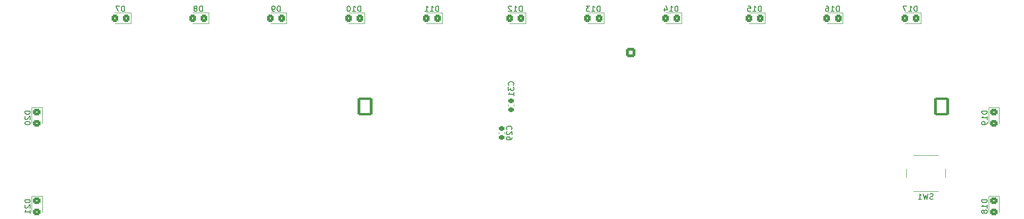
<source format=gbo>
G04 #@! TF.GenerationSoftware,KiCad,Pcbnew,7.0.1*
G04 #@! TF.CreationDate,2023-04-02T15:52:54+01:00*
G04 #@! TF.ProjectId,ecu,6563752e-6b69-4636-9164-5f7063625858,rev?*
G04 #@! TF.SameCoordinates,Original*
G04 #@! TF.FileFunction,Legend,Bot*
G04 #@! TF.FilePolarity,Positive*
%FSLAX46Y46*%
G04 Gerber Fmt 4.6, Leading zero omitted, Abs format (unit mm)*
G04 Created by KiCad (PCBNEW 7.0.1) date 2023-04-02 15:52:54*
%MOMM*%
%LPD*%
G01*
G04 APERTURE LIST*
G04 Aperture macros list*
%AMRoundRect*
0 Rectangle with rounded corners*
0 $1 Rounding radius*
0 $2 $3 $4 $5 $6 $7 $8 $9 X,Y pos of 4 corners*
0 Add a 4 corners polygon primitive as box body*
4,1,4,$2,$3,$4,$5,$6,$7,$8,$9,$2,$3,0*
0 Add four circle primitives for the rounded corners*
1,1,$1+$1,$2,$3*
1,1,$1+$1,$4,$5*
1,1,$1+$1,$6,$7*
1,1,$1+$1,$8,$9*
0 Add four rect primitives between the rounded corners*
20,1,$1+$1,$2,$3,$4,$5,0*
20,1,$1+$1,$4,$5,$6,$7,0*
20,1,$1+$1,$6,$7,$8,$9,0*
20,1,$1+$1,$8,$9,$2,$3,0*%
G04 Aperture macros list end*
%ADD10C,0.150000*%
%ADD11C,0.120000*%
%ADD12RoundRect,0.225000X0.250000X-0.225000X0.250000X0.225000X-0.250000X0.225000X-0.250000X-0.225000X0*%
%ADD13RoundRect,0.250000X-0.600000X-0.600000X0.600000X-0.600000X0.600000X0.600000X-0.600000X0.600000X0*%
%ADD14C,1.700000*%
%ADD15RoundRect,0.250001X1.099999X1.399999X-1.099999X1.399999X-1.099999X-1.399999X1.099999X-1.399999X0*%
%ADD16O,2.700000X3.300000*%
%ADD17C,2.000000*%
%ADD18RoundRect,0.250000X-0.450000X0.325000X-0.450000X-0.325000X0.450000X-0.325000X0.450000X0.325000X0*%
%ADD19RoundRect,0.250000X0.325000X0.450000X-0.325000X0.450000X-0.325000X-0.450000X0.325000X-0.450000X0*%
G04 APERTURE END LIST*
D10*
G04 #@! TO.C,C29*
X139297380Y-125107142D02*
X139345000Y-125059523D01*
X139345000Y-125059523D02*
X139392619Y-124916666D01*
X139392619Y-124916666D02*
X139392619Y-124821428D01*
X139392619Y-124821428D02*
X139345000Y-124678571D01*
X139345000Y-124678571D02*
X139249761Y-124583333D01*
X139249761Y-124583333D02*
X139154523Y-124535714D01*
X139154523Y-124535714D02*
X138964047Y-124488095D01*
X138964047Y-124488095D02*
X138821190Y-124488095D01*
X138821190Y-124488095D02*
X138630714Y-124535714D01*
X138630714Y-124535714D02*
X138535476Y-124583333D01*
X138535476Y-124583333D02*
X138440238Y-124678571D01*
X138440238Y-124678571D02*
X138392619Y-124821428D01*
X138392619Y-124821428D02*
X138392619Y-124916666D01*
X138392619Y-124916666D02*
X138440238Y-125059523D01*
X138440238Y-125059523D02*
X138487857Y-125107142D01*
X138487857Y-125488095D02*
X138440238Y-125535714D01*
X138440238Y-125535714D02*
X138392619Y-125630952D01*
X138392619Y-125630952D02*
X138392619Y-125869047D01*
X138392619Y-125869047D02*
X138440238Y-125964285D01*
X138440238Y-125964285D02*
X138487857Y-126011904D01*
X138487857Y-126011904D02*
X138583095Y-126059523D01*
X138583095Y-126059523D02*
X138678333Y-126059523D01*
X138678333Y-126059523D02*
X138821190Y-126011904D01*
X138821190Y-126011904D02*
X139392619Y-125440476D01*
X139392619Y-125440476D02*
X139392619Y-126059523D01*
X139392619Y-126535714D02*
X139392619Y-126726190D01*
X139392619Y-126726190D02*
X139345000Y-126821428D01*
X139345000Y-126821428D02*
X139297380Y-126869047D01*
X139297380Y-126869047D02*
X139154523Y-126964285D01*
X139154523Y-126964285D02*
X138964047Y-127011904D01*
X138964047Y-127011904D02*
X138583095Y-127011904D01*
X138583095Y-127011904D02*
X138487857Y-126964285D01*
X138487857Y-126964285D02*
X138440238Y-126916666D01*
X138440238Y-126916666D02*
X138392619Y-126821428D01*
X138392619Y-126821428D02*
X138392619Y-126630952D01*
X138392619Y-126630952D02*
X138440238Y-126535714D01*
X138440238Y-126535714D02*
X138487857Y-126488095D01*
X138487857Y-126488095D02*
X138583095Y-126440476D01*
X138583095Y-126440476D02*
X138821190Y-126440476D01*
X138821190Y-126440476D02*
X138916428Y-126488095D01*
X138916428Y-126488095D02*
X138964047Y-126535714D01*
X138964047Y-126535714D02*
X139011666Y-126630952D01*
X139011666Y-126630952D02*
X139011666Y-126821428D01*
X139011666Y-126821428D02*
X138964047Y-126916666D01*
X138964047Y-126916666D02*
X138916428Y-126964285D01*
X138916428Y-126964285D02*
X138821190Y-127011904D01*
G04 #@! TO.C,SW1*
X215083332Y-137665000D02*
X214940475Y-137712619D01*
X214940475Y-137712619D02*
X214702380Y-137712619D01*
X214702380Y-137712619D02*
X214607142Y-137665000D01*
X214607142Y-137665000D02*
X214559523Y-137617380D01*
X214559523Y-137617380D02*
X214511904Y-137522142D01*
X214511904Y-137522142D02*
X214511904Y-137426904D01*
X214511904Y-137426904D02*
X214559523Y-137331666D01*
X214559523Y-137331666D02*
X214607142Y-137284047D01*
X214607142Y-137284047D02*
X214702380Y-137236428D01*
X214702380Y-137236428D02*
X214892856Y-137188809D01*
X214892856Y-137188809D02*
X214988094Y-137141190D01*
X214988094Y-137141190D02*
X215035713Y-137093571D01*
X215035713Y-137093571D02*
X215083332Y-136998333D01*
X215083332Y-136998333D02*
X215083332Y-136903095D01*
X215083332Y-136903095D02*
X215035713Y-136807857D01*
X215035713Y-136807857D02*
X214988094Y-136760238D01*
X214988094Y-136760238D02*
X214892856Y-136712619D01*
X214892856Y-136712619D02*
X214654761Y-136712619D01*
X214654761Y-136712619D02*
X214511904Y-136760238D01*
X214178570Y-136712619D02*
X213940475Y-137712619D01*
X213940475Y-137712619D02*
X213749999Y-136998333D01*
X213749999Y-136998333D02*
X213559523Y-137712619D01*
X213559523Y-137712619D02*
X213321428Y-136712619D01*
X212416666Y-137712619D02*
X212988094Y-137712619D01*
X212702380Y-137712619D02*
X212702380Y-136712619D01*
X212702380Y-136712619D02*
X212797618Y-136855476D01*
X212797618Y-136855476D02*
X212892856Y-136950714D01*
X212892856Y-136950714D02*
X212988094Y-136998333D01*
G04 #@! TO.C,C31*
X139617380Y-117107142D02*
X139665000Y-117059523D01*
X139665000Y-117059523D02*
X139712619Y-116916666D01*
X139712619Y-116916666D02*
X139712619Y-116821428D01*
X139712619Y-116821428D02*
X139665000Y-116678571D01*
X139665000Y-116678571D02*
X139569761Y-116583333D01*
X139569761Y-116583333D02*
X139474523Y-116535714D01*
X139474523Y-116535714D02*
X139284047Y-116488095D01*
X139284047Y-116488095D02*
X139141190Y-116488095D01*
X139141190Y-116488095D02*
X138950714Y-116535714D01*
X138950714Y-116535714D02*
X138855476Y-116583333D01*
X138855476Y-116583333D02*
X138760238Y-116678571D01*
X138760238Y-116678571D02*
X138712619Y-116821428D01*
X138712619Y-116821428D02*
X138712619Y-116916666D01*
X138712619Y-116916666D02*
X138760238Y-117059523D01*
X138760238Y-117059523D02*
X138807857Y-117107142D01*
X138712619Y-117440476D02*
X138712619Y-118059523D01*
X138712619Y-118059523D02*
X139093571Y-117726190D01*
X139093571Y-117726190D02*
X139093571Y-117869047D01*
X139093571Y-117869047D02*
X139141190Y-117964285D01*
X139141190Y-117964285D02*
X139188809Y-118011904D01*
X139188809Y-118011904D02*
X139284047Y-118059523D01*
X139284047Y-118059523D02*
X139522142Y-118059523D01*
X139522142Y-118059523D02*
X139617380Y-118011904D01*
X139617380Y-118011904D02*
X139665000Y-117964285D01*
X139665000Y-117964285D02*
X139712619Y-117869047D01*
X139712619Y-117869047D02*
X139712619Y-117583333D01*
X139712619Y-117583333D02*
X139665000Y-117488095D01*
X139665000Y-117488095D02*
X139617380Y-117440476D01*
X139712619Y-119011904D02*
X139712619Y-118440476D01*
X139712619Y-118726190D02*
X138712619Y-118726190D01*
X138712619Y-118726190D02*
X138855476Y-118630952D01*
X138855476Y-118630952D02*
X138950714Y-118535714D01*
X138950714Y-118535714D02*
X138998333Y-118440476D01*
G04 #@! TO.C,D18*
X224812619Y-137785714D02*
X223812619Y-137785714D01*
X223812619Y-137785714D02*
X223812619Y-138023809D01*
X223812619Y-138023809D02*
X223860238Y-138166666D01*
X223860238Y-138166666D02*
X223955476Y-138261904D01*
X223955476Y-138261904D02*
X224050714Y-138309523D01*
X224050714Y-138309523D02*
X224241190Y-138357142D01*
X224241190Y-138357142D02*
X224384047Y-138357142D01*
X224384047Y-138357142D02*
X224574523Y-138309523D01*
X224574523Y-138309523D02*
X224669761Y-138261904D01*
X224669761Y-138261904D02*
X224765000Y-138166666D01*
X224765000Y-138166666D02*
X224812619Y-138023809D01*
X224812619Y-138023809D02*
X224812619Y-137785714D01*
X224812619Y-139309523D02*
X224812619Y-138738095D01*
X224812619Y-139023809D02*
X223812619Y-139023809D01*
X223812619Y-139023809D02*
X223955476Y-138928571D01*
X223955476Y-138928571D02*
X224050714Y-138833333D01*
X224050714Y-138833333D02*
X224098333Y-138738095D01*
X224241190Y-139880952D02*
X224193571Y-139785714D01*
X224193571Y-139785714D02*
X224145952Y-139738095D01*
X224145952Y-139738095D02*
X224050714Y-139690476D01*
X224050714Y-139690476D02*
X224003095Y-139690476D01*
X224003095Y-139690476D02*
X223907857Y-139738095D01*
X223907857Y-139738095D02*
X223860238Y-139785714D01*
X223860238Y-139785714D02*
X223812619Y-139880952D01*
X223812619Y-139880952D02*
X223812619Y-140071428D01*
X223812619Y-140071428D02*
X223860238Y-140166666D01*
X223860238Y-140166666D02*
X223907857Y-140214285D01*
X223907857Y-140214285D02*
X224003095Y-140261904D01*
X224003095Y-140261904D02*
X224050714Y-140261904D01*
X224050714Y-140261904D02*
X224145952Y-140214285D01*
X224145952Y-140214285D02*
X224193571Y-140166666D01*
X224193571Y-140166666D02*
X224241190Y-140071428D01*
X224241190Y-140071428D02*
X224241190Y-139880952D01*
X224241190Y-139880952D02*
X224288809Y-139785714D01*
X224288809Y-139785714D02*
X224336428Y-139738095D01*
X224336428Y-139738095D02*
X224431666Y-139690476D01*
X224431666Y-139690476D02*
X224622142Y-139690476D01*
X224622142Y-139690476D02*
X224717380Y-139738095D01*
X224717380Y-139738095D02*
X224765000Y-139785714D01*
X224765000Y-139785714D02*
X224812619Y-139880952D01*
X224812619Y-139880952D02*
X224812619Y-140071428D01*
X224812619Y-140071428D02*
X224765000Y-140166666D01*
X224765000Y-140166666D02*
X224717380Y-140214285D01*
X224717380Y-140214285D02*
X224622142Y-140261904D01*
X224622142Y-140261904D02*
X224431666Y-140261904D01*
X224431666Y-140261904D02*
X224336428Y-140214285D01*
X224336428Y-140214285D02*
X224288809Y-140166666D01*
X224288809Y-140166666D02*
X224241190Y-140071428D01*
G04 #@! TO.C,D13*
X155214285Y-103812619D02*
X155214285Y-102812619D01*
X155214285Y-102812619D02*
X154976190Y-102812619D01*
X154976190Y-102812619D02*
X154833333Y-102860238D01*
X154833333Y-102860238D02*
X154738095Y-102955476D01*
X154738095Y-102955476D02*
X154690476Y-103050714D01*
X154690476Y-103050714D02*
X154642857Y-103241190D01*
X154642857Y-103241190D02*
X154642857Y-103384047D01*
X154642857Y-103384047D02*
X154690476Y-103574523D01*
X154690476Y-103574523D02*
X154738095Y-103669761D01*
X154738095Y-103669761D02*
X154833333Y-103765000D01*
X154833333Y-103765000D02*
X154976190Y-103812619D01*
X154976190Y-103812619D02*
X155214285Y-103812619D01*
X153690476Y-103812619D02*
X154261904Y-103812619D01*
X153976190Y-103812619D02*
X153976190Y-102812619D01*
X153976190Y-102812619D02*
X154071428Y-102955476D01*
X154071428Y-102955476D02*
X154166666Y-103050714D01*
X154166666Y-103050714D02*
X154261904Y-103098333D01*
X153357142Y-102812619D02*
X152738095Y-102812619D01*
X152738095Y-102812619D02*
X153071428Y-103193571D01*
X153071428Y-103193571D02*
X152928571Y-103193571D01*
X152928571Y-103193571D02*
X152833333Y-103241190D01*
X152833333Y-103241190D02*
X152785714Y-103288809D01*
X152785714Y-103288809D02*
X152738095Y-103384047D01*
X152738095Y-103384047D02*
X152738095Y-103622142D01*
X152738095Y-103622142D02*
X152785714Y-103717380D01*
X152785714Y-103717380D02*
X152833333Y-103765000D01*
X152833333Y-103765000D02*
X152928571Y-103812619D01*
X152928571Y-103812619D02*
X153214285Y-103812619D01*
X153214285Y-103812619D02*
X153309523Y-103765000D01*
X153309523Y-103765000D02*
X153357142Y-103717380D01*
G04 #@! TO.C,D20*
X52812619Y-121785714D02*
X51812619Y-121785714D01*
X51812619Y-121785714D02*
X51812619Y-122023809D01*
X51812619Y-122023809D02*
X51860238Y-122166666D01*
X51860238Y-122166666D02*
X51955476Y-122261904D01*
X51955476Y-122261904D02*
X52050714Y-122309523D01*
X52050714Y-122309523D02*
X52241190Y-122357142D01*
X52241190Y-122357142D02*
X52384047Y-122357142D01*
X52384047Y-122357142D02*
X52574523Y-122309523D01*
X52574523Y-122309523D02*
X52669761Y-122261904D01*
X52669761Y-122261904D02*
X52765000Y-122166666D01*
X52765000Y-122166666D02*
X52812619Y-122023809D01*
X52812619Y-122023809D02*
X52812619Y-121785714D01*
X51907857Y-122738095D02*
X51860238Y-122785714D01*
X51860238Y-122785714D02*
X51812619Y-122880952D01*
X51812619Y-122880952D02*
X51812619Y-123119047D01*
X51812619Y-123119047D02*
X51860238Y-123214285D01*
X51860238Y-123214285D02*
X51907857Y-123261904D01*
X51907857Y-123261904D02*
X52003095Y-123309523D01*
X52003095Y-123309523D02*
X52098333Y-123309523D01*
X52098333Y-123309523D02*
X52241190Y-123261904D01*
X52241190Y-123261904D02*
X52812619Y-122690476D01*
X52812619Y-122690476D02*
X52812619Y-123309523D01*
X51812619Y-123928571D02*
X51812619Y-124023809D01*
X51812619Y-124023809D02*
X51860238Y-124119047D01*
X51860238Y-124119047D02*
X51907857Y-124166666D01*
X51907857Y-124166666D02*
X52003095Y-124214285D01*
X52003095Y-124214285D02*
X52193571Y-124261904D01*
X52193571Y-124261904D02*
X52431666Y-124261904D01*
X52431666Y-124261904D02*
X52622142Y-124214285D01*
X52622142Y-124214285D02*
X52717380Y-124166666D01*
X52717380Y-124166666D02*
X52765000Y-124119047D01*
X52765000Y-124119047D02*
X52812619Y-124023809D01*
X52812619Y-124023809D02*
X52812619Y-123928571D01*
X52812619Y-123928571D02*
X52765000Y-123833333D01*
X52765000Y-123833333D02*
X52717380Y-123785714D01*
X52717380Y-123785714D02*
X52622142Y-123738095D01*
X52622142Y-123738095D02*
X52431666Y-123690476D01*
X52431666Y-123690476D02*
X52193571Y-123690476D01*
X52193571Y-123690476D02*
X52003095Y-123738095D01*
X52003095Y-123738095D02*
X51907857Y-123785714D01*
X51907857Y-123785714D02*
X51860238Y-123833333D01*
X51860238Y-123833333D02*
X51812619Y-123928571D01*
G04 #@! TO.C,D12*
X141214285Y-103812619D02*
X141214285Y-102812619D01*
X141214285Y-102812619D02*
X140976190Y-102812619D01*
X140976190Y-102812619D02*
X140833333Y-102860238D01*
X140833333Y-102860238D02*
X140738095Y-102955476D01*
X140738095Y-102955476D02*
X140690476Y-103050714D01*
X140690476Y-103050714D02*
X140642857Y-103241190D01*
X140642857Y-103241190D02*
X140642857Y-103384047D01*
X140642857Y-103384047D02*
X140690476Y-103574523D01*
X140690476Y-103574523D02*
X140738095Y-103669761D01*
X140738095Y-103669761D02*
X140833333Y-103765000D01*
X140833333Y-103765000D02*
X140976190Y-103812619D01*
X140976190Y-103812619D02*
X141214285Y-103812619D01*
X139690476Y-103812619D02*
X140261904Y-103812619D01*
X139976190Y-103812619D02*
X139976190Y-102812619D01*
X139976190Y-102812619D02*
X140071428Y-102955476D01*
X140071428Y-102955476D02*
X140166666Y-103050714D01*
X140166666Y-103050714D02*
X140261904Y-103098333D01*
X139309523Y-102907857D02*
X139261904Y-102860238D01*
X139261904Y-102860238D02*
X139166666Y-102812619D01*
X139166666Y-102812619D02*
X138928571Y-102812619D01*
X138928571Y-102812619D02*
X138833333Y-102860238D01*
X138833333Y-102860238D02*
X138785714Y-102907857D01*
X138785714Y-102907857D02*
X138738095Y-103003095D01*
X138738095Y-103003095D02*
X138738095Y-103098333D01*
X138738095Y-103098333D02*
X138785714Y-103241190D01*
X138785714Y-103241190D02*
X139357142Y-103812619D01*
X139357142Y-103812619D02*
X138738095Y-103812619D01*
G04 #@! TO.C,D8*
X83738094Y-103812619D02*
X83738094Y-102812619D01*
X83738094Y-102812619D02*
X83499999Y-102812619D01*
X83499999Y-102812619D02*
X83357142Y-102860238D01*
X83357142Y-102860238D02*
X83261904Y-102955476D01*
X83261904Y-102955476D02*
X83214285Y-103050714D01*
X83214285Y-103050714D02*
X83166666Y-103241190D01*
X83166666Y-103241190D02*
X83166666Y-103384047D01*
X83166666Y-103384047D02*
X83214285Y-103574523D01*
X83214285Y-103574523D02*
X83261904Y-103669761D01*
X83261904Y-103669761D02*
X83357142Y-103765000D01*
X83357142Y-103765000D02*
X83499999Y-103812619D01*
X83499999Y-103812619D02*
X83738094Y-103812619D01*
X82595237Y-103241190D02*
X82690475Y-103193571D01*
X82690475Y-103193571D02*
X82738094Y-103145952D01*
X82738094Y-103145952D02*
X82785713Y-103050714D01*
X82785713Y-103050714D02*
X82785713Y-103003095D01*
X82785713Y-103003095D02*
X82738094Y-102907857D01*
X82738094Y-102907857D02*
X82690475Y-102860238D01*
X82690475Y-102860238D02*
X82595237Y-102812619D01*
X82595237Y-102812619D02*
X82404761Y-102812619D01*
X82404761Y-102812619D02*
X82309523Y-102860238D01*
X82309523Y-102860238D02*
X82261904Y-102907857D01*
X82261904Y-102907857D02*
X82214285Y-103003095D01*
X82214285Y-103003095D02*
X82214285Y-103050714D01*
X82214285Y-103050714D02*
X82261904Y-103145952D01*
X82261904Y-103145952D02*
X82309523Y-103193571D01*
X82309523Y-103193571D02*
X82404761Y-103241190D01*
X82404761Y-103241190D02*
X82595237Y-103241190D01*
X82595237Y-103241190D02*
X82690475Y-103288809D01*
X82690475Y-103288809D02*
X82738094Y-103336428D01*
X82738094Y-103336428D02*
X82785713Y-103431666D01*
X82785713Y-103431666D02*
X82785713Y-103622142D01*
X82785713Y-103622142D02*
X82738094Y-103717380D01*
X82738094Y-103717380D02*
X82690475Y-103765000D01*
X82690475Y-103765000D02*
X82595237Y-103812619D01*
X82595237Y-103812619D02*
X82404761Y-103812619D01*
X82404761Y-103812619D02*
X82309523Y-103765000D01*
X82309523Y-103765000D02*
X82261904Y-103717380D01*
X82261904Y-103717380D02*
X82214285Y-103622142D01*
X82214285Y-103622142D02*
X82214285Y-103431666D01*
X82214285Y-103431666D02*
X82261904Y-103336428D01*
X82261904Y-103336428D02*
X82309523Y-103288809D01*
X82309523Y-103288809D02*
X82404761Y-103241190D01*
G04 #@! TO.C,D9*
X97738094Y-103812619D02*
X97738094Y-102812619D01*
X97738094Y-102812619D02*
X97499999Y-102812619D01*
X97499999Y-102812619D02*
X97357142Y-102860238D01*
X97357142Y-102860238D02*
X97261904Y-102955476D01*
X97261904Y-102955476D02*
X97214285Y-103050714D01*
X97214285Y-103050714D02*
X97166666Y-103241190D01*
X97166666Y-103241190D02*
X97166666Y-103384047D01*
X97166666Y-103384047D02*
X97214285Y-103574523D01*
X97214285Y-103574523D02*
X97261904Y-103669761D01*
X97261904Y-103669761D02*
X97357142Y-103765000D01*
X97357142Y-103765000D02*
X97499999Y-103812619D01*
X97499999Y-103812619D02*
X97738094Y-103812619D01*
X96690475Y-103812619D02*
X96499999Y-103812619D01*
X96499999Y-103812619D02*
X96404761Y-103765000D01*
X96404761Y-103765000D02*
X96357142Y-103717380D01*
X96357142Y-103717380D02*
X96261904Y-103574523D01*
X96261904Y-103574523D02*
X96214285Y-103384047D01*
X96214285Y-103384047D02*
X96214285Y-103003095D01*
X96214285Y-103003095D02*
X96261904Y-102907857D01*
X96261904Y-102907857D02*
X96309523Y-102860238D01*
X96309523Y-102860238D02*
X96404761Y-102812619D01*
X96404761Y-102812619D02*
X96595237Y-102812619D01*
X96595237Y-102812619D02*
X96690475Y-102860238D01*
X96690475Y-102860238D02*
X96738094Y-102907857D01*
X96738094Y-102907857D02*
X96785713Y-103003095D01*
X96785713Y-103003095D02*
X96785713Y-103241190D01*
X96785713Y-103241190D02*
X96738094Y-103336428D01*
X96738094Y-103336428D02*
X96690475Y-103384047D01*
X96690475Y-103384047D02*
X96595237Y-103431666D01*
X96595237Y-103431666D02*
X96404761Y-103431666D01*
X96404761Y-103431666D02*
X96309523Y-103384047D01*
X96309523Y-103384047D02*
X96261904Y-103336428D01*
X96261904Y-103336428D02*
X96214285Y-103241190D01*
G04 #@! TO.C,D19*
X224812619Y-121785714D02*
X223812619Y-121785714D01*
X223812619Y-121785714D02*
X223812619Y-122023809D01*
X223812619Y-122023809D02*
X223860238Y-122166666D01*
X223860238Y-122166666D02*
X223955476Y-122261904D01*
X223955476Y-122261904D02*
X224050714Y-122309523D01*
X224050714Y-122309523D02*
X224241190Y-122357142D01*
X224241190Y-122357142D02*
X224384047Y-122357142D01*
X224384047Y-122357142D02*
X224574523Y-122309523D01*
X224574523Y-122309523D02*
X224669761Y-122261904D01*
X224669761Y-122261904D02*
X224765000Y-122166666D01*
X224765000Y-122166666D02*
X224812619Y-122023809D01*
X224812619Y-122023809D02*
X224812619Y-121785714D01*
X224812619Y-123309523D02*
X224812619Y-122738095D01*
X224812619Y-123023809D02*
X223812619Y-123023809D01*
X223812619Y-123023809D02*
X223955476Y-122928571D01*
X223955476Y-122928571D02*
X224050714Y-122833333D01*
X224050714Y-122833333D02*
X224098333Y-122738095D01*
X224812619Y-123785714D02*
X224812619Y-123976190D01*
X224812619Y-123976190D02*
X224765000Y-124071428D01*
X224765000Y-124071428D02*
X224717380Y-124119047D01*
X224717380Y-124119047D02*
X224574523Y-124214285D01*
X224574523Y-124214285D02*
X224384047Y-124261904D01*
X224384047Y-124261904D02*
X224003095Y-124261904D01*
X224003095Y-124261904D02*
X223907857Y-124214285D01*
X223907857Y-124214285D02*
X223860238Y-124166666D01*
X223860238Y-124166666D02*
X223812619Y-124071428D01*
X223812619Y-124071428D02*
X223812619Y-123880952D01*
X223812619Y-123880952D02*
X223860238Y-123785714D01*
X223860238Y-123785714D02*
X223907857Y-123738095D01*
X223907857Y-123738095D02*
X224003095Y-123690476D01*
X224003095Y-123690476D02*
X224241190Y-123690476D01*
X224241190Y-123690476D02*
X224336428Y-123738095D01*
X224336428Y-123738095D02*
X224384047Y-123785714D01*
X224384047Y-123785714D02*
X224431666Y-123880952D01*
X224431666Y-123880952D02*
X224431666Y-124071428D01*
X224431666Y-124071428D02*
X224384047Y-124166666D01*
X224384047Y-124166666D02*
X224336428Y-124214285D01*
X224336428Y-124214285D02*
X224241190Y-124261904D01*
G04 #@! TO.C,D11*
X126214285Y-103812619D02*
X126214285Y-102812619D01*
X126214285Y-102812619D02*
X125976190Y-102812619D01*
X125976190Y-102812619D02*
X125833333Y-102860238D01*
X125833333Y-102860238D02*
X125738095Y-102955476D01*
X125738095Y-102955476D02*
X125690476Y-103050714D01*
X125690476Y-103050714D02*
X125642857Y-103241190D01*
X125642857Y-103241190D02*
X125642857Y-103384047D01*
X125642857Y-103384047D02*
X125690476Y-103574523D01*
X125690476Y-103574523D02*
X125738095Y-103669761D01*
X125738095Y-103669761D02*
X125833333Y-103765000D01*
X125833333Y-103765000D02*
X125976190Y-103812619D01*
X125976190Y-103812619D02*
X126214285Y-103812619D01*
X124690476Y-103812619D02*
X125261904Y-103812619D01*
X124976190Y-103812619D02*
X124976190Y-102812619D01*
X124976190Y-102812619D02*
X125071428Y-102955476D01*
X125071428Y-102955476D02*
X125166666Y-103050714D01*
X125166666Y-103050714D02*
X125261904Y-103098333D01*
X123738095Y-103812619D02*
X124309523Y-103812619D01*
X124023809Y-103812619D02*
X124023809Y-102812619D01*
X124023809Y-102812619D02*
X124119047Y-102955476D01*
X124119047Y-102955476D02*
X124214285Y-103050714D01*
X124214285Y-103050714D02*
X124309523Y-103098333D01*
G04 #@! TO.C,D10*
X112214285Y-103812619D02*
X112214285Y-102812619D01*
X112214285Y-102812619D02*
X111976190Y-102812619D01*
X111976190Y-102812619D02*
X111833333Y-102860238D01*
X111833333Y-102860238D02*
X111738095Y-102955476D01*
X111738095Y-102955476D02*
X111690476Y-103050714D01*
X111690476Y-103050714D02*
X111642857Y-103241190D01*
X111642857Y-103241190D02*
X111642857Y-103384047D01*
X111642857Y-103384047D02*
X111690476Y-103574523D01*
X111690476Y-103574523D02*
X111738095Y-103669761D01*
X111738095Y-103669761D02*
X111833333Y-103765000D01*
X111833333Y-103765000D02*
X111976190Y-103812619D01*
X111976190Y-103812619D02*
X112214285Y-103812619D01*
X110690476Y-103812619D02*
X111261904Y-103812619D01*
X110976190Y-103812619D02*
X110976190Y-102812619D01*
X110976190Y-102812619D02*
X111071428Y-102955476D01*
X111071428Y-102955476D02*
X111166666Y-103050714D01*
X111166666Y-103050714D02*
X111261904Y-103098333D01*
X110071428Y-102812619D02*
X109976190Y-102812619D01*
X109976190Y-102812619D02*
X109880952Y-102860238D01*
X109880952Y-102860238D02*
X109833333Y-102907857D01*
X109833333Y-102907857D02*
X109785714Y-103003095D01*
X109785714Y-103003095D02*
X109738095Y-103193571D01*
X109738095Y-103193571D02*
X109738095Y-103431666D01*
X109738095Y-103431666D02*
X109785714Y-103622142D01*
X109785714Y-103622142D02*
X109833333Y-103717380D01*
X109833333Y-103717380D02*
X109880952Y-103765000D01*
X109880952Y-103765000D02*
X109976190Y-103812619D01*
X109976190Y-103812619D02*
X110071428Y-103812619D01*
X110071428Y-103812619D02*
X110166666Y-103765000D01*
X110166666Y-103765000D02*
X110214285Y-103717380D01*
X110214285Y-103717380D02*
X110261904Y-103622142D01*
X110261904Y-103622142D02*
X110309523Y-103431666D01*
X110309523Y-103431666D02*
X110309523Y-103193571D01*
X110309523Y-103193571D02*
X110261904Y-103003095D01*
X110261904Y-103003095D02*
X110214285Y-102907857D01*
X110214285Y-102907857D02*
X110166666Y-102860238D01*
X110166666Y-102860238D02*
X110071428Y-102812619D01*
G04 #@! TO.C,D16*
X198214285Y-103812619D02*
X198214285Y-102812619D01*
X198214285Y-102812619D02*
X197976190Y-102812619D01*
X197976190Y-102812619D02*
X197833333Y-102860238D01*
X197833333Y-102860238D02*
X197738095Y-102955476D01*
X197738095Y-102955476D02*
X197690476Y-103050714D01*
X197690476Y-103050714D02*
X197642857Y-103241190D01*
X197642857Y-103241190D02*
X197642857Y-103384047D01*
X197642857Y-103384047D02*
X197690476Y-103574523D01*
X197690476Y-103574523D02*
X197738095Y-103669761D01*
X197738095Y-103669761D02*
X197833333Y-103765000D01*
X197833333Y-103765000D02*
X197976190Y-103812619D01*
X197976190Y-103812619D02*
X198214285Y-103812619D01*
X196690476Y-103812619D02*
X197261904Y-103812619D01*
X196976190Y-103812619D02*
X196976190Y-102812619D01*
X196976190Y-102812619D02*
X197071428Y-102955476D01*
X197071428Y-102955476D02*
X197166666Y-103050714D01*
X197166666Y-103050714D02*
X197261904Y-103098333D01*
X195833333Y-102812619D02*
X196023809Y-102812619D01*
X196023809Y-102812619D02*
X196119047Y-102860238D01*
X196119047Y-102860238D02*
X196166666Y-102907857D01*
X196166666Y-102907857D02*
X196261904Y-103050714D01*
X196261904Y-103050714D02*
X196309523Y-103241190D01*
X196309523Y-103241190D02*
X196309523Y-103622142D01*
X196309523Y-103622142D02*
X196261904Y-103717380D01*
X196261904Y-103717380D02*
X196214285Y-103765000D01*
X196214285Y-103765000D02*
X196119047Y-103812619D01*
X196119047Y-103812619D02*
X195928571Y-103812619D01*
X195928571Y-103812619D02*
X195833333Y-103765000D01*
X195833333Y-103765000D02*
X195785714Y-103717380D01*
X195785714Y-103717380D02*
X195738095Y-103622142D01*
X195738095Y-103622142D02*
X195738095Y-103384047D01*
X195738095Y-103384047D02*
X195785714Y-103288809D01*
X195785714Y-103288809D02*
X195833333Y-103241190D01*
X195833333Y-103241190D02*
X195928571Y-103193571D01*
X195928571Y-103193571D02*
X196119047Y-103193571D01*
X196119047Y-103193571D02*
X196214285Y-103241190D01*
X196214285Y-103241190D02*
X196261904Y-103288809D01*
X196261904Y-103288809D02*
X196309523Y-103384047D01*
G04 #@! TO.C,D21*
X52812619Y-137785714D02*
X51812619Y-137785714D01*
X51812619Y-137785714D02*
X51812619Y-138023809D01*
X51812619Y-138023809D02*
X51860238Y-138166666D01*
X51860238Y-138166666D02*
X51955476Y-138261904D01*
X51955476Y-138261904D02*
X52050714Y-138309523D01*
X52050714Y-138309523D02*
X52241190Y-138357142D01*
X52241190Y-138357142D02*
X52384047Y-138357142D01*
X52384047Y-138357142D02*
X52574523Y-138309523D01*
X52574523Y-138309523D02*
X52669761Y-138261904D01*
X52669761Y-138261904D02*
X52765000Y-138166666D01*
X52765000Y-138166666D02*
X52812619Y-138023809D01*
X52812619Y-138023809D02*
X52812619Y-137785714D01*
X51907857Y-138738095D02*
X51860238Y-138785714D01*
X51860238Y-138785714D02*
X51812619Y-138880952D01*
X51812619Y-138880952D02*
X51812619Y-139119047D01*
X51812619Y-139119047D02*
X51860238Y-139214285D01*
X51860238Y-139214285D02*
X51907857Y-139261904D01*
X51907857Y-139261904D02*
X52003095Y-139309523D01*
X52003095Y-139309523D02*
X52098333Y-139309523D01*
X52098333Y-139309523D02*
X52241190Y-139261904D01*
X52241190Y-139261904D02*
X52812619Y-138690476D01*
X52812619Y-138690476D02*
X52812619Y-139309523D01*
X52812619Y-140261904D02*
X52812619Y-139690476D01*
X52812619Y-139976190D02*
X51812619Y-139976190D01*
X51812619Y-139976190D02*
X51955476Y-139880952D01*
X51955476Y-139880952D02*
X52050714Y-139785714D01*
X52050714Y-139785714D02*
X52098333Y-139690476D01*
G04 #@! TO.C,D14*
X169214285Y-103812619D02*
X169214285Y-102812619D01*
X169214285Y-102812619D02*
X168976190Y-102812619D01*
X168976190Y-102812619D02*
X168833333Y-102860238D01*
X168833333Y-102860238D02*
X168738095Y-102955476D01*
X168738095Y-102955476D02*
X168690476Y-103050714D01*
X168690476Y-103050714D02*
X168642857Y-103241190D01*
X168642857Y-103241190D02*
X168642857Y-103384047D01*
X168642857Y-103384047D02*
X168690476Y-103574523D01*
X168690476Y-103574523D02*
X168738095Y-103669761D01*
X168738095Y-103669761D02*
X168833333Y-103765000D01*
X168833333Y-103765000D02*
X168976190Y-103812619D01*
X168976190Y-103812619D02*
X169214285Y-103812619D01*
X167690476Y-103812619D02*
X168261904Y-103812619D01*
X167976190Y-103812619D02*
X167976190Y-102812619D01*
X167976190Y-102812619D02*
X168071428Y-102955476D01*
X168071428Y-102955476D02*
X168166666Y-103050714D01*
X168166666Y-103050714D02*
X168261904Y-103098333D01*
X166833333Y-103145952D02*
X166833333Y-103812619D01*
X167071428Y-102765000D02*
X167309523Y-103479285D01*
X167309523Y-103479285D02*
X166690476Y-103479285D01*
G04 #@! TO.C,D17*
X212214285Y-103812619D02*
X212214285Y-102812619D01*
X212214285Y-102812619D02*
X211976190Y-102812619D01*
X211976190Y-102812619D02*
X211833333Y-102860238D01*
X211833333Y-102860238D02*
X211738095Y-102955476D01*
X211738095Y-102955476D02*
X211690476Y-103050714D01*
X211690476Y-103050714D02*
X211642857Y-103241190D01*
X211642857Y-103241190D02*
X211642857Y-103384047D01*
X211642857Y-103384047D02*
X211690476Y-103574523D01*
X211690476Y-103574523D02*
X211738095Y-103669761D01*
X211738095Y-103669761D02*
X211833333Y-103765000D01*
X211833333Y-103765000D02*
X211976190Y-103812619D01*
X211976190Y-103812619D02*
X212214285Y-103812619D01*
X210690476Y-103812619D02*
X211261904Y-103812619D01*
X210976190Y-103812619D02*
X210976190Y-102812619D01*
X210976190Y-102812619D02*
X211071428Y-102955476D01*
X211071428Y-102955476D02*
X211166666Y-103050714D01*
X211166666Y-103050714D02*
X211261904Y-103098333D01*
X210357142Y-102812619D02*
X209690476Y-102812619D01*
X209690476Y-102812619D02*
X210119047Y-103812619D01*
G04 #@! TO.C,D7*
X69738094Y-103812619D02*
X69738094Y-102812619D01*
X69738094Y-102812619D02*
X69499999Y-102812619D01*
X69499999Y-102812619D02*
X69357142Y-102860238D01*
X69357142Y-102860238D02*
X69261904Y-102955476D01*
X69261904Y-102955476D02*
X69214285Y-103050714D01*
X69214285Y-103050714D02*
X69166666Y-103241190D01*
X69166666Y-103241190D02*
X69166666Y-103384047D01*
X69166666Y-103384047D02*
X69214285Y-103574523D01*
X69214285Y-103574523D02*
X69261904Y-103669761D01*
X69261904Y-103669761D02*
X69357142Y-103765000D01*
X69357142Y-103765000D02*
X69499999Y-103812619D01*
X69499999Y-103812619D02*
X69738094Y-103812619D01*
X68833332Y-102812619D02*
X68166666Y-102812619D01*
X68166666Y-102812619D02*
X68595237Y-103812619D01*
G04 #@! TO.C,D15*
X184214285Y-103812619D02*
X184214285Y-102812619D01*
X184214285Y-102812619D02*
X183976190Y-102812619D01*
X183976190Y-102812619D02*
X183833333Y-102860238D01*
X183833333Y-102860238D02*
X183738095Y-102955476D01*
X183738095Y-102955476D02*
X183690476Y-103050714D01*
X183690476Y-103050714D02*
X183642857Y-103241190D01*
X183642857Y-103241190D02*
X183642857Y-103384047D01*
X183642857Y-103384047D02*
X183690476Y-103574523D01*
X183690476Y-103574523D02*
X183738095Y-103669761D01*
X183738095Y-103669761D02*
X183833333Y-103765000D01*
X183833333Y-103765000D02*
X183976190Y-103812619D01*
X183976190Y-103812619D02*
X184214285Y-103812619D01*
X182690476Y-103812619D02*
X183261904Y-103812619D01*
X182976190Y-103812619D02*
X182976190Y-102812619D01*
X182976190Y-102812619D02*
X183071428Y-102955476D01*
X183071428Y-102955476D02*
X183166666Y-103050714D01*
X183166666Y-103050714D02*
X183261904Y-103098333D01*
X181785714Y-102812619D02*
X182261904Y-102812619D01*
X182261904Y-102812619D02*
X182309523Y-103288809D01*
X182309523Y-103288809D02*
X182261904Y-103241190D01*
X182261904Y-103241190D02*
X182166666Y-103193571D01*
X182166666Y-103193571D02*
X181928571Y-103193571D01*
X181928571Y-103193571D02*
X181833333Y-103241190D01*
X181833333Y-103241190D02*
X181785714Y-103288809D01*
X181785714Y-103288809D02*
X181738095Y-103384047D01*
X181738095Y-103384047D02*
X181738095Y-103622142D01*
X181738095Y-103622142D02*
X181785714Y-103717380D01*
X181785714Y-103717380D02*
X181833333Y-103765000D01*
X181833333Y-103765000D02*
X181928571Y-103812619D01*
X181928571Y-103812619D02*
X182166666Y-103812619D01*
X182166666Y-103812619D02*
X182261904Y-103765000D01*
X182261904Y-103765000D02*
X182309523Y-103717380D01*
D11*
G04 #@! TO.C,C29*
X138010000Y-125890580D02*
X138010000Y-125609420D01*
X136990000Y-125890580D02*
X136990000Y-125609420D01*
G04 #@! TO.C,SW1*
X210250000Y-133750000D02*
X210250000Y-132250000D01*
X211500000Y-129750000D02*
X216000000Y-129750000D01*
X216000000Y-136250000D02*
X211500000Y-136250000D01*
X217250000Y-132250000D02*
X217250000Y-133750000D01*
G04 #@! TO.C,C31*
X139760000Y-120890580D02*
X139760000Y-120609420D01*
X138740000Y-120890580D02*
X138740000Y-120609420D01*
G04 #@! TO.C,D18*
X226960000Y-137140000D02*
X226960000Y-140000000D01*
X225040000Y-137140000D02*
X226960000Y-137140000D01*
X225040000Y-140000000D02*
X225040000Y-137140000D01*
G04 #@! TO.C,D13*
X155860000Y-105960000D02*
X153000000Y-105960000D01*
X155860000Y-104040000D02*
X155860000Y-105960000D01*
X153000000Y-104040000D02*
X155860000Y-104040000D01*
G04 #@! TO.C,D20*
X54960000Y-121140000D02*
X54960000Y-124000000D01*
X53040000Y-121140000D02*
X54960000Y-121140000D01*
X53040000Y-124000000D02*
X53040000Y-121140000D01*
G04 #@! TO.C,D12*
X141860000Y-105960000D02*
X139000000Y-105960000D01*
X141860000Y-104040000D02*
X141860000Y-105960000D01*
X139000000Y-104040000D02*
X141860000Y-104040000D01*
G04 #@! TO.C,D8*
X84860000Y-105960000D02*
X82000000Y-105960000D01*
X84860000Y-104040000D02*
X84860000Y-105960000D01*
X82000000Y-104040000D02*
X84860000Y-104040000D01*
G04 #@! TO.C,D9*
X98860000Y-105960000D02*
X96000000Y-105960000D01*
X98860000Y-104040000D02*
X98860000Y-105960000D01*
X96000000Y-104040000D02*
X98860000Y-104040000D01*
G04 #@! TO.C,D19*
X226960000Y-121140000D02*
X226960000Y-124000000D01*
X225040000Y-121140000D02*
X226960000Y-121140000D01*
X225040000Y-124000000D02*
X225040000Y-121140000D01*
G04 #@! TO.C,D11*
X126860000Y-105960000D02*
X124000000Y-105960000D01*
X126860000Y-104040000D02*
X126860000Y-105960000D01*
X124000000Y-104040000D02*
X126860000Y-104040000D01*
G04 #@! TO.C,D10*
X112860000Y-105960000D02*
X110000000Y-105960000D01*
X112860000Y-104040000D02*
X112860000Y-105960000D01*
X110000000Y-104040000D02*
X112860000Y-104040000D01*
G04 #@! TO.C,D16*
X198860000Y-105960000D02*
X196000000Y-105960000D01*
X198860000Y-104040000D02*
X198860000Y-105960000D01*
X196000000Y-104040000D02*
X198860000Y-104040000D01*
G04 #@! TO.C,D21*
X54960000Y-137140000D02*
X54960000Y-140000000D01*
X53040000Y-137140000D02*
X54960000Y-137140000D01*
X53040000Y-140000000D02*
X53040000Y-137140000D01*
G04 #@! TO.C,D14*
X169860000Y-105960000D02*
X167000000Y-105960000D01*
X169860000Y-104040000D02*
X169860000Y-105960000D01*
X167000000Y-104040000D02*
X169860000Y-104040000D01*
G04 #@! TO.C,D17*
X212860000Y-105960000D02*
X210000000Y-105960000D01*
X212860000Y-104040000D02*
X212860000Y-105960000D01*
X210000000Y-104040000D02*
X212860000Y-104040000D01*
G04 #@! TO.C,D7*
X70860000Y-105960000D02*
X68000000Y-105960000D01*
X70860000Y-104040000D02*
X70860000Y-105960000D01*
X68000000Y-104040000D02*
X70860000Y-104040000D01*
G04 #@! TO.C,D15*
X184860000Y-105960000D02*
X182000000Y-105960000D01*
X184860000Y-104040000D02*
X184860000Y-105960000D01*
X182000000Y-104040000D02*
X184860000Y-104040000D01*
G04 #@! TD*
%LPC*%
D12*
G04 #@! TO.C,C29*
X137500000Y-126525000D03*
X137500000Y-124975000D03*
G04 #@! TD*
D13*
G04 #@! TO.C,J3*
X160750000Y-111250000D03*
D14*
X163290000Y-111250000D03*
X160750000Y-113790000D03*
X163290000Y-113790000D03*
X160750000Y-116330000D03*
X163290000Y-116330000D03*
X160750000Y-118870000D03*
X163290000Y-118870000D03*
G04 #@! TD*
D15*
G04 #@! TO.C,J1*
X216600000Y-121000000D03*
D16*
X212400000Y-121000000D03*
X208200000Y-121000000D03*
X204000000Y-121000000D03*
X199800000Y-121000000D03*
X195600000Y-121000000D03*
X191400000Y-121000000D03*
X187200000Y-121000000D03*
X183000000Y-121000000D03*
X178800000Y-121000000D03*
X174600000Y-121000000D03*
X170400000Y-121000000D03*
X216600000Y-115500000D03*
X212400000Y-115500000D03*
X208200000Y-115500000D03*
X204000000Y-115500000D03*
X199800000Y-115500000D03*
X195600000Y-115500000D03*
X191400000Y-115500000D03*
X187200000Y-115500000D03*
X183000000Y-115500000D03*
X178800000Y-115500000D03*
X174600000Y-115500000D03*
X170400000Y-115500000D03*
G04 #@! TD*
D15*
G04 #@! TO.C,J2*
X113000000Y-121000000D03*
D16*
X108800000Y-121000000D03*
X104600000Y-121000000D03*
X100400000Y-121000000D03*
X96200000Y-121000000D03*
X92000000Y-121000000D03*
X87800000Y-121000000D03*
X83600000Y-121000000D03*
X79400000Y-121000000D03*
X75200000Y-121000000D03*
X71000000Y-121000000D03*
X113000000Y-115500000D03*
X108800000Y-115500000D03*
X104600000Y-115500000D03*
X100400000Y-115500000D03*
X96200000Y-115500000D03*
X92000000Y-115500000D03*
X87800000Y-115500000D03*
X83600000Y-115500000D03*
X79400000Y-115500000D03*
X75200000Y-115500000D03*
X71000000Y-115500000D03*
G04 #@! TD*
D17*
G04 #@! TO.C,SW1*
X210500000Y-135250000D03*
X217000000Y-135250000D03*
X210500000Y-130750000D03*
X217000000Y-130750000D03*
G04 #@! TD*
D12*
G04 #@! TO.C,C31*
X139250000Y-121525000D03*
X139250000Y-119975000D03*
G04 #@! TD*
D18*
G04 #@! TO.C,D18*
X226000000Y-137975000D03*
X226000000Y-140025000D03*
G04 #@! TD*
D19*
G04 #@! TO.C,D13*
X155025000Y-105000000D03*
X152975000Y-105000000D03*
G04 #@! TD*
D18*
G04 #@! TO.C,D20*
X54000000Y-121975000D03*
X54000000Y-124025000D03*
G04 #@! TD*
D19*
G04 #@! TO.C,D12*
X141025000Y-105000000D03*
X138975000Y-105000000D03*
G04 #@! TD*
G04 #@! TO.C,D8*
X84025000Y-105000000D03*
X81975000Y-105000000D03*
G04 #@! TD*
G04 #@! TO.C,D9*
X98025000Y-105000000D03*
X95975000Y-105000000D03*
G04 #@! TD*
D18*
G04 #@! TO.C,D19*
X226000000Y-121975000D03*
X226000000Y-124025000D03*
G04 #@! TD*
D19*
G04 #@! TO.C,D11*
X126025000Y-105000000D03*
X123975000Y-105000000D03*
G04 #@! TD*
G04 #@! TO.C,D10*
X112025000Y-105000000D03*
X109975000Y-105000000D03*
G04 #@! TD*
G04 #@! TO.C,D16*
X198025000Y-105000000D03*
X195975000Y-105000000D03*
G04 #@! TD*
D18*
G04 #@! TO.C,D21*
X54000000Y-137975000D03*
X54000000Y-140025000D03*
G04 #@! TD*
D19*
G04 #@! TO.C,D14*
X169025000Y-105000000D03*
X166975000Y-105000000D03*
G04 #@! TD*
G04 #@! TO.C,D17*
X212025000Y-105000000D03*
X209975000Y-105000000D03*
G04 #@! TD*
G04 #@! TO.C,D7*
X70025000Y-105000000D03*
X67975000Y-105000000D03*
G04 #@! TD*
G04 #@! TO.C,D15*
X184025000Y-105000000D03*
X181975000Y-105000000D03*
G04 #@! TD*
M02*

</source>
